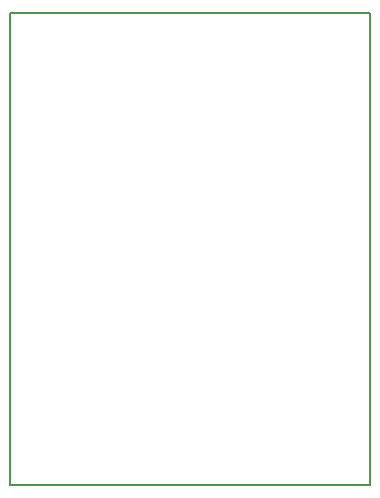
<source format=gm1>
G04 #@! TF.FileFunction,Profile,NP*
%FSLAX46Y46*%
G04 Gerber Fmt 4.6, Leading zero omitted, Abs format (unit mm)*
G04 Created by KiCad (PCBNEW 4.0.7) date Thursday, May 03, 2018 'PMt' 09:52:22 PM*
%MOMM*%
%LPD*%
G01*
G04 APERTURE LIST*
%ADD10C,0.100000*%
%ADD11C,0.150000*%
G04 APERTURE END LIST*
D10*
D11*
X209550000Y-113030000D02*
X179070000Y-113030000D01*
X209550000Y-73025000D02*
X209550000Y-113030000D01*
X179070000Y-73025000D02*
X209550000Y-73025000D01*
X179070000Y-113030000D02*
X179070000Y-73025000D01*
M02*

</source>
